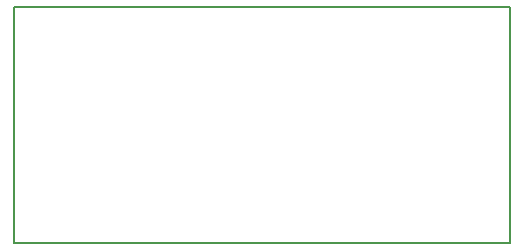
<source format=gm1>
%TF.GenerationSoftware,KiCad,Pcbnew,(6.99.0)*%
%TF.CreationDate,2023-04-20T01:20:36-07:00*%
%TF.ProjectId,emg-analog-front-end,656d672d-616e-4616-9c6f-672d66726f6e,rev?*%
%TF.SameCoordinates,Original*%
%TF.FileFunction,Profile,NP*%
%FSLAX46Y46*%
G04 Gerber Fmt 4.6, Leading zero omitted, Abs format (unit mm)*
G04 Created by KiCad (PCBNEW (6.99.0)) date 2023-04-20 01:20:36*
%MOMM*%
%LPD*%
G01*
G04 APERTURE LIST*
%TA.AperFunction,Profile*%
%ADD10C,0.200000*%
%TD*%
G04 APERTURE END LIST*
D10*
X0Y0D02*
X42000000Y0D01*
X42000000Y0D02*
X42000000Y-20000000D01*
X42000000Y-20000000D02*
X0Y-20000000D01*
X0Y-20000000D02*
X0Y0D01*
M02*

</source>
